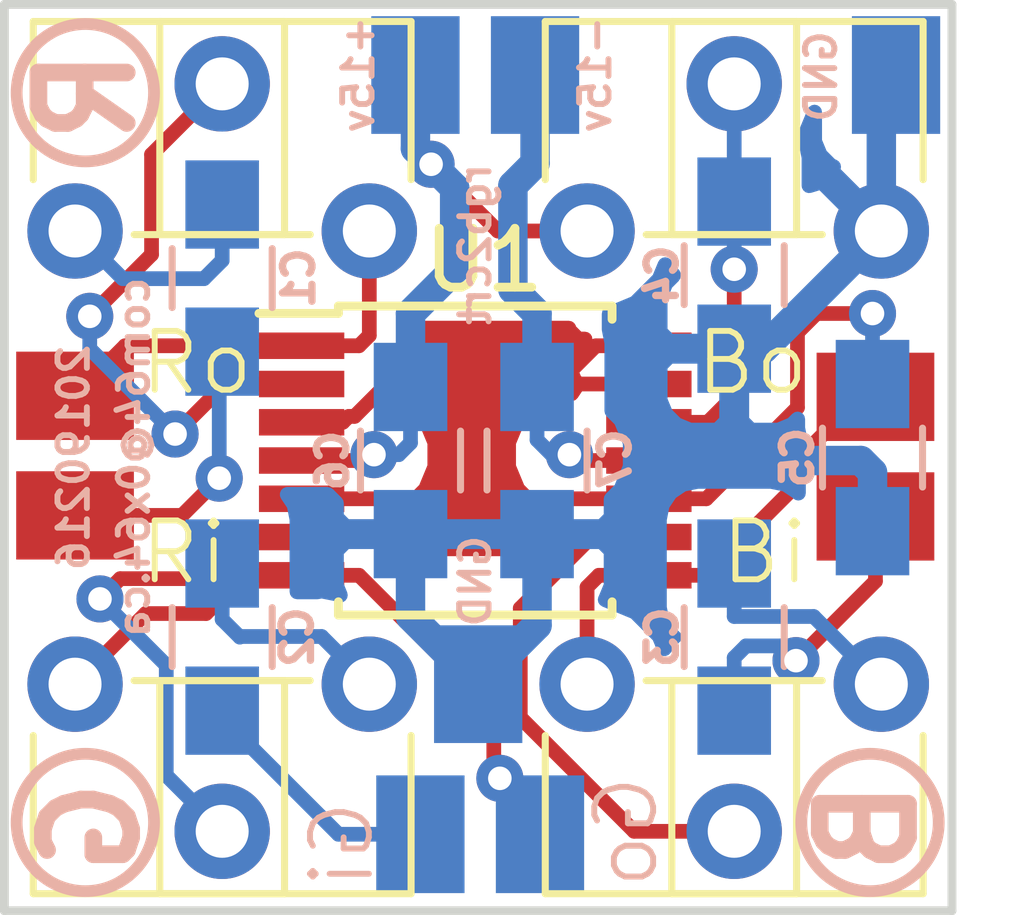
<source format=kicad_pcb>
(kicad_pcb (version 20171130) (host pcbnew "(5.0.2)-1")

  (general
    (thickness 1.6)
    (drawings 21)
    (tracks 140)
    (zones 0)
    (modules 18)
    (nets 18)
  )

  (page A4)
  (layers
    (0 F.Cu signal)
    (31 B.Cu signal)
    (32 B.Adhes user hide)
    (33 F.Adhes user hide)
    (34 B.Paste user hide)
    (35 F.Paste user hide)
    (36 B.SilkS user)
    (37 F.SilkS user)
    (38 B.Mask user hide)
    (39 F.Mask user hide)
    (40 Dwgs.User user hide)
    (41 Cmts.User user hide)
    (42 Eco1.User user hide)
    (43 Eco2.User user hide)
    (44 Edge.Cuts user)
    (45 Margin user hide)
    (46 B.CrtYd user hide)
    (47 F.CrtYd user hide)
    (48 B.Fab user hide)
    (49 F.Fab user hide)
  )

  (setup
    (last_trace_width 0.5)
    (user_trace_width 0.5)
    (user_trace_width 0.75)
    (user_trace_width 1)
    (trace_clearance 0.2)
    (zone_clearance 0.508)
    (zone_45_only no)
    (trace_min 0.2)
    (segment_width 0.2)
    (edge_width 0.15)
    (via_size 0.8)
    (via_drill 0.4)
    (via_min_size 0.4)
    (via_min_drill 0.3)
    (uvia_size 0.3)
    (uvia_drill 0.1)
    (uvias_allowed no)
    (uvia_min_size 0.2)
    (uvia_min_drill 0.1)
    (pcb_text_width 0.3)
    (pcb_text_size 1.5 1.5)
    (mod_edge_width 0.15)
    (mod_text_size 1 1)
    (mod_text_width 0.15)
    (pad_size 1.524 1.524)
    (pad_drill 0.762)
    (pad_to_mask_clearance 0.051)
    (solder_mask_min_width 0.25)
    (aux_axis_origin 0 0)
    (grid_origin 125.6 53.35)
    (visible_elements FFFFFF7F)
    (pcbplotparams
      (layerselection 0x010fc_ffffffff)
      (usegerberextensions false)
      (usegerberattributes false)
      (usegerberadvancedattributes false)
      (creategerberjobfile false)
      (excludeedgelayer true)
      (linewidth 0.100000)
      (plotframeref false)
      (viasonmask false)
      (mode 1)
      (useauxorigin false)
      (hpglpennumber 1)
      (hpglpenspeed 20)
      (hpglpendiameter 15.000000)
      (psnegative false)
      (psa4output false)
      (plotreference true)
      (plotvalue true)
      (plotinvisibletext false)
      (padsonsilk false)
      (subtractmaskfromsilk false)
      (outputformat 1)
      (mirror false)
      (drillshape 0)
      (scaleselection 1)
      (outputdirectory "gerber/"))
  )

  (net 0 "")
  (net 1 "Net-(C1-Pad2)")
  (net 2 /Ri)
  (net 3 "Net-(C2-Pad2)")
  (net 4 /Gi)
  (net 5 "Net-(C3-Pad2)")
  (net 6 "Net-(C4-Pad2)")
  (net 7 /Bi)
  (net 8 GND)
  (net 9 /Vbias)
  (net 10 /Ro)
  (net 11 /Go)
  (net 12 /Bo)
  (net 13 VEE)
  (net 14 VDD)
  (net 15 "Net-(RV1-Pad2)")
  (net 16 "Net-(RV2-Pad2)")
  (net 17 "Net-(RV3-Pad2)")

  (net_class Default "This is the default net class."
    (clearance 0.2)
    (trace_width 0.25)
    (via_dia 0.8)
    (via_drill 0.4)
    (uvia_dia 0.3)
    (uvia_drill 0.1)
    (add_net /Bi)
    (add_net /Bo)
    (add_net /Gi)
    (add_net /Go)
    (add_net /Ri)
    (add_net /Ro)
    (add_net /Vbias)
    (add_net GND)
    (add_net "Net-(C1-Pad2)")
    (add_net "Net-(C2-Pad2)")
    (add_net "Net-(C3-Pad2)")
    (add_net "Net-(C4-Pad2)")
    (add_net "Net-(RV1-Pad2)")
    (add_net "Net-(RV2-Pad2)")
    (add_net "Net-(RV3-Pad2)")
    (add_net VDD)
    (add_net VEE)
  )

  (module lib:rgbcrt_pads (layer F.Cu) (tedit 5C67F834) (tstamp 5C68335E)
    (at 101.05 56.066 90)
    (path /5C67D6EC)
    (fp_text reference J1 (at 0.25 -1 90) (layer F.SilkS) hide
      (effects (font (size 1 1) (thickness 0.15)))
    )
    (fp_text value Conn_01x02 (at 0.25 -2.5 90) (layer F.Fab)
      (effects (font (size 1 1) (thickness 0.15)))
    )
    (pad 2 smd rect (at 1.016 0 90) (size 1.5 2) (layers F.Cu F.Paste F.Mask)
      (net 10 /Ro))
    (pad 1 smd rect (at -1.016 0 90) (size 1.5 2) (layers F.Cu F.Paste F.Mask)
      (net 2 /Ri))
  )

  (module lib:rgbcrt_pads (layer B.Cu) (tedit 5C67F7E9) (tstamp 5C687D40)
    (at 107.934 62.5)
    (path /5C67D5EE)
    (fp_text reference J2 (at 0.25 1) (layer B.SilkS) hide
      (effects (font (size 1 1) (thickness 0.15)) (justify mirror))
    )
    (fp_text value Conn_01x02 (at 0.25 2.5) (layer B.Fab)
      (effects (font (size 1 1) (thickness 0.15)) (justify mirror))
    )
    (pad 2 smd rect (at 1.016 0) (size 1.5 2) (layers B.Cu B.Paste B.Mask)
      (net 11 /Go))
    (pad 1 smd rect (at -1.016 0) (size 1.5 2) (layers B.Cu B.Paste B.Mask)
      (net 4 /Gi))
  )

  (module lib:rgbcrt_pads (layer F.Cu) (tedit 5C67F849) (tstamp 5C683370)
    (at 114.65 56.084 90)
    (path /5C67D076)
    (fp_text reference J4 (at 0.25 -1 90) (layer F.SilkS) hide
      (effects (font (size 1 1) (thickness 0.15)))
    )
    (fp_text value Conn_01x02 (at 0.25 -2.5 90) (layer F.Fab)
      (effects (font (size 1 1) (thickness 0.15)))
    )
    (pad 2 smd rect (at 1.016 0 90) (size 1.5 2) (layers F.Cu F.Paste F.Mask)
      (net 12 /Bo))
    (pad 1 smd rect (at -1.016 0 90) (size 1.5 2) (layers F.Cu F.Paste F.Mask)
      (net 7 /Bi))
  )

  (module lib:rgbcrt_pads (layer B.Cu) (tedit 5C67F7FA) (tstamp 5C68337C)
    (at 107.85 49.6)
    (path /5C67D233)
    (fp_text reference J6 (at 0.25 1) (layer B.SilkS) hide
      (effects (font (size 1 1) (thickness 0.15)) (justify mirror))
    )
    (fp_text value Conn_01x02 (at 0.25 2.5) (layer B.Fab)
      (effects (font (size 1 1) (thickness 0.15)) (justify mirror))
    )
    (pad 2 smd rect (at 1.016 0) (size 1.5 2) (layers B.Cu B.Paste B.Mask)
      (net 13 VEE))
    (pad 1 smd rect (at -1.016 0) (size 1.5 2) (layers B.Cu B.Paste B.Mask)
      (net 14 VDD))
  )

  (module Capacitors_SMD:C_0805_HandSoldering (layer B.Cu) (tedit 5C67FF16) (tstamp 5C6832F2)
    (at 103.55 53.05 90)
    (descr "Capacitor SMD 0805, hand soldering")
    (tags "capacitor 0805")
    (path /5C67A2F7)
    (attr smd)
    (fp_text reference C1 (at 0 1.3 90) (layer B.SilkS)
      (effects (font (size 0.5 0.5) (thickness 0.125)) (justify mirror))
    )
    (fp_text value 2.2n (at 0 -1.75 90) (layer B.Fab)
      (effects (font (size 1 1) (thickness 0.15)) (justify mirror))
    )
    (fp_line (start 2.25 -0.87) (end -2.25 -0.87) (layer B.CrtYd) (width 0.05))
    (fp_line (start 2.25 -0.87) (end 2.25 0.88) (layer B.CrtYd) (width 0.05))
    (fp_line (start -2.25 0.88) (end -2.25 -0.87) (layer B.CrtYd) (width 0.05))
    (fp_line (start -2.25 0.88) (end 2.25 0.88) (layer B.CrtYd) (width 0.05))
    (fp_line (start -0.5 -0.85) (end 0.5 -0.85) (layer B.SilkS) (width 0.12))
    (fp_line (start 0.5 0.85) (end -0.5 0.85) (layer B.SilkS) (width 0.12))
    (fp_line (start -1 0.62) (end 1 0.62) (layer B.Fab) (width 0.1))
    (fp_line (start 1 0.62) (end 1 -0.62) (layer B.Fab) (width 0.1))
    (fp_line (start 1 -0.62) (end -1 -0.62) (layer B.Fab) (width 0.1))
    (fp_line (start -1 -0.62) (end -1 0.62) (layer B.Fab) (width 0.1))
    (fp_text user %R (at 0 1.75 90) (layer B.Fab)
      (effects (font (size 1 1) (thickness 0.15)) (justify mirror))
    )
    (pad 2 smd rect (at 1.25 0 90) (size 1.5 1.25) (layers B.Cu B.Paste B.Mask)
      (net 1 "Net-(C1-Pad2)"))
    (pad 1 smd rect (at -1.25 0 90) (size 1.5 1.25) (layers B.Cu B.Paste B.Mask)
      (net 2 /Ri))
    (model Capacitors_SMD.3dshapes/C_0805.wrl
      (at (xyz 0 0 0))
      (scale (xyz 1 1 1))
      (rotate (xyz 0 0 0))
    )
  )

  (module Capacitors_SMD:C_0805_HandSoldering (layer B.Cu) (tedit 5C67FF3D) (tstamp 5C683303)
    (at 103.55 59.15 90)
    (descr "Capacitor SMD 0805, hand soldering")
    (tags "capacitor 0805")
    (path /5C67A6A9)
    (attr smd)
    (fp_text reference C2 (at 0 1.275 90) (layer B.SilkS)
      (effects (font (size 0.5 0.5) (thickness 0.125)) (justify mirror))
    )
    (fp_text value 2.2n (at 0 -1.75 90) (layer B.Fab)
      (effects (font (size 1 1) (thickness 0.15)) (justify mirror))
    )
    (fp_text user %R (at 0 1.75 90) (layer B.Fab)
      (effects (font (size 1 1) (thickness 0.15)) (justify mirror))
    )
    (fp_line (start -1 -0.62) (end -1 0.62) (layer B.Fab) (width 0.1))
    (fp_line (start 1 -0.62) (end -1 -0.62) (layer B.Fab) (width 0.1))
    (fp_line (start 1 0.62) (end 1 -0.62) (layer B.Fab) (width 0.1))
    (fp_line (start -1 0.62) (end 1 0.62) (layer B.Fab) (width 0.1))
    (fp_line (start 0.5 0.85) (end -0.5 0.85) (layer B.SilkS) (width 0.12))
    (fp_line (start -0.5 -0.85) (end 0.5 -0.85) (layer B.SilkS) (width 0.12))
    (fp_line (start -2.25 0.88) (end 2.25 0.88) (layer B.CrtYd) (width 0.05))
    (fp_line (start -2.25 0.88) (end -2.25 -0.87) (layer B.CrtYd) (width 0.05))
    (fp_line (start 2.25 -0.87) (end 2.25 0.88) (layer B.CrtYd) (width 0.05))
    (fp_line (start 2.25 -0.87) (end -2.25 -0.87) (layer B.CrtYd) (width 0.05))
    (pad 1 smd rect (at -1.25 0 90) (size 1.5 1.25) (layers B.Cu B.Paste B.Mask)
      (net 4 /Gi))
    (pad 2 smd rect (at 1.25 0 90) (size 1.5 1.25) (layers B.Cu B.Paste B.Mask)
      (net 3 "Net-(C2-Pad2)"))
    (model Capacitors_SMD.3dshapes/C_0805.wrl
      (at (xyz 0 0 0))
      (scale (xyz 1 1 1))
      (rotate (xyz 0 0 0))
    )
  )

  (module Capacitors_SMD:C_0805_HandSoldering (layer B.Cu) (tedit 5C67FFAC) (tstamp 5C683314)
    (at 112.25 59.15 90)
    (descr "Capacitor SMD 0805, hand soldering")
    (tags "capacitor 0805")
    (path /5C67A84D)
    (attr smd)
    (fp_text reference C3 (at 0 -1.225 90) (layer B.SilkS)
      (effects (font (size 0.5 0.5) (thickness 0.125)) (justify mirror))
    )
    (fp_text value 2.2n (at 0 -1.75 90) (layer B.Fab)
      (effects (font (size 1 1) (thickness 0.15)) (justify mirror))
    )
    (fp_line (start 2.25 -0.87) (end -2.25 -0.87) (layer B.CrtYd) (width 0.05))
    (fp_line (start 2.25 -0.87) (end 2.25 0.88) (layer B.CrtYd) (width 0.05))
    (fp_line (start -2.25 0.88) (end -2.25 -0.87) (layer B.CrtYd) (width 0.05))
    (fp_line (start -2.25 0.88) (end 2.25 0.88) (layer B.CrtYd) (width 0.05))
    (fp_line (start -0.5 -0.85) (end 0.5 -0.85) (layer B.SilkS) (width 0.12))
    (fp_line (start 0.5 0.85) (end -0.5 0.85) (layer B.SilkS) (width 0.12))
    (fp_line (start -1 0.62) (end 1 0.62) (layer B.Fab) (width 0.1))
    (fp_line (start 1 0.62) (end 1 -0.62) (layer B.Fab) (width 0.1))
    (fp_line (start 1 -0.62) (end -1 -0.62) (layer B.Fab) (width 0.1))
    (fp_line (start -1 -0.62) (end -1 0.62) (layer B.Fab) (width 0.1))
    (fp_text user %R (at 0 1.75 90) (layer B.Fab)
      (effects (font (size 1 1) (thickness 0.15)) (justify mirror))
    )
    (pad 2 smd rect (at 1.25 0 90) (size 1.5 1.25) (layers B.Cu B.Paste B.Mask)
      (net 5 "Net-(C3-Pad2)"))
    (pad 1 smd rect (at -1.25 0 90) (size 1.5 1.25) (layers B.Cu B.Paste B.Mask)
      (net 7 /Bi))
    (model Capacitors_SMD.3dshapes/C_0805.wrl
      (at (xyz 0 0 0))
      (scale (xyz 1 1 1))
      (rotate (xyz 0 0 0))
    )
  )

  (module Capacitors_SMD:C_0805_HandSoldering (layer B.Cu) (tedit 5C67FF9A) (tstamp 5C683325)
    (at 112.25 53 90)
    (descr "Capacitor SMD 0805, hand soldering")
    (tags "capacitor 0805")
    (path /5C679BF8)
    (attr smd)
    (fp_text reference C4 (at 0 -1.225 90) (layer B.SilkS)
      (effects (font (size 0.5 0.5) (thickness 0.125)) (justify mirror))
    )
    (fp_text value 2.2n (at 0 -1.75 90) (layer B.Fab)
      (effects (font (size 1 1) (thickness 0.15)) (justify mirror))
    )
    (fp_line (start 2.25 -0.87) (end -2.25 -0.87) (layer B.CrtYd) (width 0.05))
    (fp_line (start 2.25 -0.87) (end 2.25 0.88) (layer B.CrtYd) (width 0.05))
    (fp_line (start -2.25 0.88) (end -2.25 -0.87) (layer B.CrtYd) (width 0.05))
    (fp_line (start -2.25 0.88) (end 2.25 0.88) (layer B.CrtYd) (width 0.05))
    (fp_line (start -0.5 -0.85) (end 0.5 -0.85) (layer B.SilkS) (width 0.12))
    (fp_line (start 0.5 0.85) (end -0.5 0.85) (layer B.SilkS) (width 0.12))
    (fp_line (start -1 0.62) (end 1 0.62) (layer B.Fab) (width 0.1))
    (fp_line (start 1 0.62) (end 1 -0.62) (layer B.Fab) (width 0.1))
    (fp_line (start 1 -0.62) (end -1 -0.62) (layer B.Fab) (width 0.1))
    (fp_line (start -1 -0.62) (end -1 0.62) (layer B.Fab) (width 0.1))
    (fp_text user %R (at 0 1.75 90) (layer B.Fab)
      (effects (font (size 1 1) (thickness 0.15)) (justify mirror))
    )
    (pad 2 smd rect (at 1.25 0 90) (size 1.5 1.25) (layers B.Cu B.Paste B.Mask)
      (net 6 "Net-(C4-Pad2)"))
    (pad 1 smd rect (at -1.25 0 90) (size 1.5 1.25) (layers B.Cu B.Paste B.Mask)
      (net 8 GND))
    (model Capacitors_SMD.3dshapes/C_0805.wrl
      (at (xyz 0 0 0))
      (scale (xyz 1 1 1))
      (rotate (xyz 0 0 0))
    )
  )

  (module Capacitors_SMD:C_0805_HandSoldering (layer B.Cu) (tedit 5C67FF79) (tstamp 5C683336)
    (at 114.6 56.1 90)
    (descr "Capacitor SMD 0805, hand soldering")
    (tags "capacitor 0805")
    (path /5C679CCC)
    (attr smd)
    (fp_text reference C5 (at 0 -1.275 90) (layer B.SilkS)
      (effects (font (size 0.5 0.5) (thickness 0.125)) (justify mirror))
    )
    (fp_text value 2.2n (at 0 -1.75 90) (layer B.Fab)
      (effects (font (size 1 1) (thickness 0.15)) (justify mirror))
    )
    (fp_text user %R (at 0 1.75 90) (layer B.Fab)
      (effects (font (size 1 1) (thickness 0.15)) (justify mirror))
    )
    (fp_line (start -1 -0.62) (end -1 0.62) (layer B.Fab) (width 0.1))
    (fp_line (start 1 -0.62) (end -1 -0.62) (layer B.Fab) (width 0.1))
    (fp_line (start 1 0.62) (end 1 -0.62) (layer B.Fab) (width 0.1))
    (fp_line (start -1 0.62) (end 1 0.62) (layer B.Fab) (width 0.1))
    (fp_line (start 0.5 0.85) (end -0.5 0.85) (layer B.SilkS) (width 0.12))
    (fp_line (start -0.5 -0.85) (end 0.5 -0.85) (layer B.SilkS) (width 0.12))
    (fp_line (start -2.25 0.88) (end 2.25 0.88) (layer B.CrtYd) (width 0.05))
    (fp_line (start -2.25 0.88) (end -2.25 -0.87) (layer B.CrtYd) (width 0.05))
    (fp_line (start 2.25 -0.87) (end 2.25 0.88) (layer B.CrtYd) (width 0.05))
    (fp_line (start 2.25 -0.87) (end -2.25 -0.87) (layer B.CrtYd) (width 0.05))
    (pad 1 smd rect (at -1.25 0 90) (size 1.5 1.25) (layers B.Cu B.Paste B.Mask)
      (net 8 GND))
    (pad 2 smd rect (at 1.25 0 90) (size 1.5 1.25) (layers B.Cu B.Paste B.Mask)
      (net 9 /Vbias))
    (model Capacitors_SMD.3dshapes/C_0805.wrl
      (at (xyz 0 0 0))
      (scale (xyz 1 1 1))
      (rotate (xyz 0 0 0))
    )
  )

  (module Capacitors_SMD:C_0805_HandSoldering (layer B.Cu) (tedit 5C67FF29) (tstamp 5C683347)
    (at 106.75 56.15 90)
    (descr "Capacitor SMD 0805, hand soldering")
    (tags "capacitor 0805")
    (path /5C681414)
    (attr smd)
    (fp_text reference C6 (at 0 -1.325 90) (layer B.SilkS)
      (effects (font (size 0.5 0.5) (thickness 0.125)) (justify mirror))
    )
    (fp_text value 2.2n (at 0 -1.75 90) (layer B.Fab)
      (effects (font (size 1 1) (thickness 0.15)) (justify mirror))
    )
    (fp_text user %R (at 0 1.75 90) (layer B.Fab)
      (effects (font (size 1 1) (thickness 0.15)) (justify mirror))
    )
    (fp_line (start -1 -0.62) (end -1 0.62) (layer B.Fab) (width 0.1))
    (fp_line (start 1 -0.62) (end -1 -0.62) (layer B.Fab) (width 0.1))
    (fp_line (start 1 0.62) (end 1 -0.62) (layer B.Fab) (width 0.1))
    (fp_line (start -1 0.62) (end 1 0.62) (layer B.Fab) (width 0.1))
    (fp_line (start 0.5 0.85) (end -0.5 0.85) (layer B.SilkS) (width 0.12))
    (fp_line (start -0.5 -0.85) (end 0.5 -0.85) (layer B.SilkS) (width 0.12))
    (fp_line (start -2.25 0.88) (end 2.25 0.88) (layer B.CrtYd) (width 0.05))
    (fp_line (start -2.25 0.88) (end -2.25 -0.87) (layer B.CrtYd) (width 0.05))
    (fp_line (start 2.25 -0.87) (end 2.25 0.88) (layer B.CrtYd) (width 0.05))
    (fp_line (start 2.25 -0.87) (end -2.25 -0.87) (layer B.CrtYd) (width 0.05))
    (pad 1 smd rect (at -1.25 0 90) (size 1.5 1.25) (layers B.Cu B.Paste B.Mask)
      (net 8 GND))
    (pad 2 smd rect (at 1.25 0 90) (size 1.5 1.25) (layers B.Cu B.Paste B.Mask)
      (net 14 VDD))
    (model Capacitors_SMD.3dshapes/C_0805.wrl
      (at (xyz 0 0 0))
      (scale (xyz 1 1 1))
      (rotate (xyz 0 0 0))
    )
  )

  (module Capacitors_SMD:C_0805_HandSoldering (layer B.Cu) (tedit 5C67FFA3) (tstamp 5C683358)
    (at 108.9 56.15 90)
    (descr "Capacitor SMD 0805, hand soldering")
    (tags "capacitor 0805")
    (path /5C68147C)
    (attr smd)
    (fp_text reference C7 (at 0.025 1.325 90) (layer B.SilkS)
      (effects (font (size 0.5 0.5) (thickness 0.125)) (justify mirror))
    )
    (fp_text value 2.2n (at 0 -1.75 90) (layer B.Fab)
      (effects (font (size 1 1) (thickness 0.15)) (justify mirror))
    )
    (fp_line (start 2.25 -0.87) (end -2.25 -0.87) (layer B.CrtYd) (width 0.05))
    (fp_line (start 2.25 -0.87) (end 2.25 0.88) (layer B.CrtYd) (width 0.05))
    (fp_line (start -2.25 0.88) (end -2.25 -0.87) (layer B.CrtYd) (width 0.05))
    (fp_line (start -2.25 0.88) (end 2.25 0.88) (layer B.CrtYd) (width 0.05))
    (fp_line (start -0.5 -0.85) (end 0.5 -0.85) (layer B.SilkS) (width 0.12))
    (fp_line (start 0.5 0.85) (end -0.5 0.85) (layer B.SilkS) (width 0.12))
    (fp_line (start -1 0.62) (end 1 0.62) (layer B.Fab) (width 0.1))
    (fp_line (start 1 0.62) (end 1 -0.62) (layer B.Fab) (width 0.1))
    (fp_line (start 1 -0.62) (end -1 -0.62) (layer B.Fab) (width 0.1))
    (fp_line (start -1 -0.62) (end -1 0.62) (layer B.Fab) (width 0.1))
    (fp_text user %R (at 0 1.75 90) (layer B.Fab)
      (effects (font (size 1 1) (thickness 0.15)) (justify mirror))
    )
    (pad 2 smd rect (at 1.25 0 90) (size 1.5 1.25) (layers B.Cu B.Paste B.Mask)
      (net 13 VEE))
    (pad 1 smd rect (at -1.25 0 90) (size 1.5 1.25) (layers B.Cu B.Paste B.Mask)
      (net 8 GND))
    (model Capacitors_SMD.3dshapes/C_0805.wrl
      (at (xyz 0 0 0))
      (scale (xyz 1 1 1))
      (rotate (xyz 0 0 0))
    )
  )

  (module Potentiometers:Potentiometer_Trimmer_ACP_CA6h_Vertical (layer F.Cu) (tedit 5C67F83A) (tstamp 5C683397)
    (at 101.05 52.25 90)
    (descr "Potentiometer, vertically mounted, Omeg PC16PU, Omeg PC16PU, Omeg PC16PU, Vishay/Spectrol 248GJ/249GJ Single, Vishay/Spectrol 248GJ/249GJ Single, Vishay/Spectrol 248GJ/249GJ Single, Vishay/Spectrol 248GH/249GH Single, Vishay/Spectrol 148/149 Single, Vishay/Spectrol 148/149 Single, Vishay/Spectrol 148/149 Single, Vishay/Spectrol 148A/149A Single with mounting plates, Vishay/Spectrol 148/149 Double, Vishay/Spectrol 148A/149A Double with mounting plates, Piher PC-16 Single, Piher PC-16 Single, Piher PC-16 Single, Piher PC-16SV Single, Piher PC-16 Double, Piher PC-16 Triple, Piher T16H Single, Piher T16L Single, Piher T16H Double, Alps RK163 Single, Alps RK163 Double, Alps RK097 Single, Alps RK097 Double, Bourns PTV09A-2 Single with mounting sleve Single, Bourns PTV09A-1 with mounting sleve Single, Bourns PRS11S Single, Alps RK09K Single with mounting sleve Single, Alps RK09K with mounting sleve Single, Alps RK09L Single, Alps RK09L Single, Alps RK09L Double, Alps RK09L Double, Alps RK09Y Single, Bourns 3339S Single, Bourns 3339S Single, Bourns 3339P Single, Bourns 3339H Single, Vishay T7YA Single, Suntan TSR-3386H Single, Suntan TSR-3386H Single, Suntan TSR-3386P Single, Vishay T73XX Single, Vishay T73XX Single, Vishay T73YP Single, Piher PT-6h Single, Piher PT-6v Single, Piher PT-6v Single, Piher PT-10h2.5 Single, Piher PT-10h5 Single, Piher PT-101h3.8 Single, Piher PT-10v10 Single, Piher PT-10v10 Single, Piher PT-10v5 Single, Piher PT-15h5 Single, Piher PT-15h2.5 Single, Piher PT-15B Single, Piher PT-15hc5 Single, Piher PT-15v12.5 Single, Piher PT-15v12.5 Single, Piher PT-15v15 Single, Piher PT-15v15 Single, ACP CA6h Single, http://www.acptechnologies.com/wp-content/uploads/2016/12/ACP-CAT%C3%81LOGO-ENTERO-2016.pdf")
    (tags "Potentiometer vertical  Omeg PC16PU  Omeg PC16PU  Omeg PC16PU  Vishay/Spectrol 248GJ/249GJ Single  Vishay/Spectrol 248GJ/249GJ Single  Vishay/Spectrol 248GJ/249GJ Single  Vishay/Spectrol 248GH/249GH Single  Vishay/Spectrol 148/149 Single  Vishay/Spectrol 148/149 Single  Vishay/Spectrol 148/149 Single  Vishay/Spectrol 148A/149A Single with mounting plates  Vishay/Spectrol 148/149 Double  Vishay/Spectrol 148A/149A Double with mounting plates  Piher PC-16 Single  Piher PC-16 Single  Piher PC-16 Single  Piher PC-16SV Single  Piher PC-16 Double  Piher PC-16 Triple  Piher T16H Single  Piher T16L Single  Piher T16H Double  Alps RK163 Single  Alps RK163 Double  Alps RK097 Single  Alps RK097 Double  Bourns PTV09A-2 Single with mounting sleve Single  Bourns PTV09A-1 with mounting sleve Single  Bourns PRS11S Single  Alps RK09K Single with mounting sleve Single  Alps RK09K with mounting sleve Single  Alps RK09L Single  Alps RK09L Single  Alps RK09L Double  Alps RK09L Double  Alps RK09Y Single  Bourns 3339S Single  Bourns 3339S Single  Bourns 3339P Single  Bourns 3339H Single  Vishay T7YA Single  Suntan TSR-3386H Single  Suntan TSR-3386H Single  Suntan TSR-3386P Single  Vishay T73XX Single  Vishay T73XX Single  Vishay T73YP Single  Piher PT-6h Single  Piher PT-6v Single  Piher PT-6v Single  Piher PT-10h2.5 Single  Piher PT-10h5 Single  Piher PT-101h3.8 Single  Piher PT-10v10 Single  Piher PT-10v10 Single  Piher PT-10v5 Single  Piher PT-15h5 Single  Piher PT-15h2.5 Single  Piher PT-15B Single  Piher PT-15hc5 Single  Piher PT-15v12.5 Single  Piher PT-15v12.5 Single  Piher PT-15v15 Single  Piher PT-15v15 Single  ACP CA6h Single")
    (path /5C67A38A)
    (fp_text reference RV1 (at 0 -2.06 90) (layer F.SilkS) hide
      (effects (font (size 1 1) (thickness 0.15)))
    )
    (fp_text value 50K (at 0 7.06 90) (layer F.Fab)
      (effects (font (size 1 1) (thickness 0.15)))
    )
    (fp_line (start 3.5 -0.65) (end 3.5 5.65) (layer F.Fab) (width 0.1))
    (fp_line (start 3.5 5.65) (end 0 5.65) (layer F.Fab) (width 0.1))
    (fp_line (start 0 5.65) (end 0 -0.65) (layer F.Fab) (width 0.1))
    (fp_line (start 0 -0.65) (end 3.5 -0.65) (layer F.Fab) (width 0.1))
    (fp_line (start 0 1.5) (end 0 3.5) (layer F.Fab) (width 0.1))
    (fp_line (start 0 3.5) (end 3.5 3.5) (layer F.Fab) (width 0.1))
    (fp_line (start 3.5 3.5) (end 3.5 1.5) (layer F.Fab) (width 0.1))
    (fp_line (start 3.5 1.5) (end 0 1.5) (layer F.Fab) (width 0.1))
    (fp_line (start 0.873 -0.71) (end 3.56 -0.71) (layer F.SilkS) (width 0.12))
    (fp_line (start 0.873 5.71) (end 3.56 5.71) (layer F.SilkS) (width 0.12))
    (fp_line (start 3.56 -0.71) (end 3.56 5.71) (layer F.SilkS) (width 0.12))
    (fp_line (start -0.061 1.005) (end -0.061 3.996) (layer F.SilkS) (width 0.12))
    (fp_line (start -0.061 1.44) (end 3.56 1.44) (layer F.SilkS) (width 0.12))
    (fp_line (start -0.061 3.56) (end 3.56 3.56) (layer F.SilkS) (width 0.12))
    (fp_line (start -0.061 1.44) (end -0.061 3.56) (layer F.SilkS) (width 0.12))
    (fp_line (start 3.56 1.44) (end 3.56 3.56) (layer F.SilkS) (width 0.12))
    (fp_line (start -1.1 -1.1) (end -1.1 6.1) (layer F.CrtYd) (width 0.05))
    (fp_line (start -1.1 6.1) (end 3.75 6.1) (layer F.CrtYd) (width 0.05))
    (fp_line (start 3.75 6.1) (end 3.75 -1.1) (layer F.CrtYd) (width 0.05))
    (fp_line (start 3.75 -1.1) (end -1.1 -1.1) (layer F.CrtYd) (width 0.05))
    (pad 3 thru_hole circle (at 0 5 90) (size 1.62 1.62) (drill 0.9) (layers *.Cu *.Mask)
      (net 10 /Ro))
    (pad 2 thru_hole circle (at 2.5 2.5 90) (size 1.62 1.62) (drill 0.9) (layers *.Cu *.Mask)
      (net 15 "Net-(RV1-Pad2)"))
    (pad 1 thru_hole circle (at 0 0 90) (size 1.62 1.62) (drill 0.9) (layers *.Cu *.Mask)
      (net 1 "Net-(C1-Pad2)"))
    (model Potentiometers.3dshapes/Potentiometer_Trimmer_ACP_CA6h_Vertical.wrl
      (at (xyz 0 0 0))
      (scale (xyz 0.393701 0.393701 0.393701))
      (rotate (xyz 0 0 0))
    )
  )

  (module Potentiometers:Potentiometer_Trimmer_ACP_CA6h_Vertical (layer F.Cu) (tedit 5C67F856) (tstamp 5C6833B2)
    (at 106.05 59.95 270)
    (descr "Potentiometer, vertically mounted, Omeg PC16PU, Omeg PC16PU, Omeg PC16PU, Vishay/Spectrol 248GJ/249GJ Single, Vishay/Spectrol 248GJ/249GJ Single, Vishay/Spectrol 248GJ/249GJ Single, Vishay/Spectrol 248GH/249GH Single, Vishay/Spectrol 148/149 Single, Vishay/Spectrol 148/149 Single, Vishay/Spectrol 148/149 Single, Vishay/Spectrol 148A/149A Single with mounting plates, Vishay/Spectrol 148/149 Double, Vishay/Spectrol 148A/149A Double with mounting plates, Piher PC-16 Single, Piher PC-16 Single, Piher PC-16 Single, Piher PC-16SV Single, Piher PC-16 Double, Piher PC-16 Triple, Piher T16H Single, Piher T16L Single, Piher T16H Double, Alps RK163 Single, Alps RK163 Double, Alps RK097 Single, Alps RK097 Double, Bourns PTV09A-2 Single with mounting sleve Single, Bourns PTV09A-1 with mounting sleve Single, Bourns PRS11S Single, Alps RK09K Single with mounting sleve Single, Alps RK09K with mounting sleve Single, Alps RK09L Single, Alps RK09L Single, Alps RK09L Double, Alps RK09L Double, Alps RK09Y Single, Bourns 3339S Single, Bourns 3339S Single, Bourns 3339P Single, Bourns 3339H Single, Vishay T7YA Single, Suntan TSR-3386H Single, Suntan TSR-3386H Single, Suntan TSR-3386P Single, Vishay T73XX Single, Vishay T73XX Single, Vishay T73YP Single, Piher PT-6h Single, Piher PT-6v Single, Piher PT-6v Single, Piher PT-10h2.5 Single, Piher PT-10h5 Single, Piher PT-101h3.8 Single, Piher PT-10v10 Single, Piher PT-10v10 Single, Piher PT-10v5 Single, Piher PT-15h5 Single, Piher PT-15h2.5 Single, Piher PT-15B Single, Piher PT-15hc5 Single, Piher PT-15v12.5 Single, Piher PT-15v12.5 Single, Piher PT-15v15 Single, Piher PT-15v15 Single, ACP CA6h Single, http://www.acptechnologies.com/wp-content/uploads/2016/12/ACP-CAT%C3%81LOGO-ENTERO-2016.pdf")
    (tags "Potentiometer vertical  Omeg PC16PU  Omeg PC16PU  Omeg PC16PU  Vishay/Spectrol 248GJ/249GJ Single  Vishay/Spectrol 248GJ/249GJ Single  Vishay/Spectrol 248GJ/249GJ Single  Vishay/Spectrol 248GH/249GH Single  Vishay/Spectrol 148/149 Single  Vishay/Spectrol 148/149 Single  Vishay/Spectrol 148/149 Single  Vishay/Spectrol 148A/149A Single with mounting plates  Vishay/Spectrol 148/149 Double  Vishay/Spectrol 148A/149A Double with mounting plates  Piher PC-16 Single  Piher PC-16 Single  Piher PC-16 Single  Piher PC-16SV Single  Piher PC-16 Double  Piher PC-16 Triple  Piher T16H Single  Piher T16L Single  Piher T16H Double  Alps RK163 Single  Alps RK163 Double  Alps RK097 Single  Alps RK097 Double  Bourns PTV09A-2 Single with mounting sleve Single  Bourns PTV09A-1 with mounting sleve Single  Bourns PRS11S Single  Alps RK09K Single with mounting sleve Single  Alps RK09K with mounting sleve Single  Alps RK09L Single  Alps RK09L Single  Alps RK09L Double  Alps RK09L Double  Alps RK09Y Single  Bourns 3339S Single  Bourns 3339S Single  Bourns 3339P Single  Bourns 3339H Single  Vishay T7YA Single  Suntan TSR-3386H Single  Suntan TSR-3386H Single  Suntan TSR-3386P Single  Vishay T73XX Single  Vishay T73XX Single  Vishay T73YP Single  Piher PT-6h Single  Piher PT-6v Single  Piher PT-6v Single  Piher PT-10h2.5 Single  Piher PT-10h5 Single  Piher PT-101h3.8 Single  Piher PT-10v10 Single  Piher PT-10v10 Single  Piher PT-10v5 Single  Piher PT-15h5 Single  Piher PT-15h2.5 Single  Piher PT-15B Single  Piher PT-15hc5 Single  Piher PT-15v12.5 Single  Piher PT-15v12.5 Single  Piher PT-15v15 Single  Piher PT-15v15 Single  ACP CA6h Single")
    (path /5C67A6AF)
    (fp_text reference RV2 (at 0 -2.06 270) (layer F.SilkS) hide
      (effects (font (size 1 1) (thickness 0.15)))
    )
    (fp_text value 50K (at 0 7.06 270) (layer F.Fab)
      (effects (font (size 1 1) (thickness 0.15)))
    )
    (fp_line (start 3.75 -1.1) (end -1.1 -1.1) (layer F.CrtYd) (width 0.05))
    (fp_line (start 3.75 6.1) (end 3.75 -1.1) (layer F.CrtYd) (width 0.05))
    (fp_line (start -1.1 6.1) (end 3.75 6.1) (layer F.CrtYd) (width 0.05))
    (fp_line (start -1.1 -1.1) (end -1.1 6.1) (layer F.CrtYd) (width 0.05))
    (fp_line (start 3.56 1.44) (end 3.56 3.56) (layer F.SilkS) (width 0.12))
    (fp_line (start -0.061 1.44) (end -0.061 3.56) (layer F.SilkS) (width 0.12))
    (fp_line (start -0.061 3.56) (end 3.56 3.56) (layer F.SilkS) (width 0.12))
    (fp_line (start -0.061 1.44) (end 3.56 1.44) (layer F.SilkS) (width 0.12))
    (fp_line (start -0.061 1.005) (end -0.061 3.996) (layer F.SilkS) (width 0.12))
    (fp_line (start 3.56 -0.71) (end 3.56 5.71) (layer F.SilkS) (width 0.12))
    (fp_line (start 0.873 5.71) (end 3.56 5.71) (layer F.SilkS) (width 0.12))
    (fp_line (start 0.873 -0.71) (end 3.56 -0.71) (layer F.SilkS) (width 0.12))
    (fp_line (start 3.5 1.5) (end 0 1.5) (layer F.Fab) (width 0.1))
    (fp_line (start 3.5 3.5) (end 3.5 1.5) (layer F.Fab) (width 0.1))
    (fp_line (start 0 3.5) (end 3.5 3.5) (layer F.Fab) (width 0.1))
    (fp_line (start 0 1.5) (end 0 3.5) (layer F.Fab) (width 0.1))
    (fp_line (start 0 -0.65) (end 3.5 -0.65) (layer F.Fab) (width 0.1))
    (fp_line (start 0 5.65) (end 0 -0.65) (layer F.Fab) (width 0.1))
    (fp_line (start 3.5 5.65) (end 0 5.65) (layer F.Fab) (width 0.1))
    (fp_line (start 3.5 -0.65) (end 3.5 5.65) (layer F.Fab) (width 0.1))
    (pad 1 thru_hole circle (at 0 0 270) (size 1.62 1.62) (drill 0.9) (layers *.Cu *.Mask)
      (net 3 "Net-(C2-Pad2)"))
    (pad 2 thru_hole circle (at 2.5 2.5 270) (size 1.62 1.62) (drill 0.9) (layers *.Cu *.Mask)
      (net 16 "Net-(RV2-Pad2)"))
    (pad 3 thru_hole circle (at 0 5 270) (size 1.62 1.62) (drill 0.9) (layers *.Cu *.Mask)
      (net 11 /Go))
    (model Potentiometers.3dshapes/Potentiometer_Trimmer_ACP_CA6h_Vertical.wrl
      (at (xyz 0 0 0))
      (scale (xyz 0.393701 0.393701 0.393701))
      (rotate (xyz 0 0 0))
    )
  )

  (module Potentiometers:Potentiometer_Trimmer_ACP_CA6h_Vertical (layer F.Cu) (tedit 5C67F83E) (tstamp 5C6833CD)
    (at 114.75 59.95 270)
    (descr "Potentiometer, vertically mounted, Omeg PC16PU, Omeg PC16PU, Omeg PC16PU, Vishay/Spectrol 248GJ/249GJ Single, Vishay/Spectrol 248GJ/249GJ Single, Vishay/Spectrol 248GJ/249GJ Single, Vishay/Spectrol 248GH/249GH Single, Vishay/Spectrol 148/149 Single, Vishay/Spectrol 148/149 Single, Vishay/Spectrol 148/149 Single, Vishay/Spectrol 148A/149A Single with mounting plates, Vishay/Spectrol 148/149 Double, Vishay/Spectrol 148A/149A Double with mounting plates, Piher PC-16 Single, Piher PC-16 Single, Piher PC-16 Single, Piher PC-16SV Single, Piher PC-16 Double, Piher PC-16 Triple, Piher T16H Single, Piher T16L Single, Piher T16H Double, Alps RK163 Single, Alps RK163 Double, Alps RK097 Single, Alps RK097 Double, Bourns PTV09A-2 Single with mounting sleve Single, Bourns PTV09A-1 with mounting sleve Single, Bourns PRS11S Single, Alps RK09K Single with mounting sleve Single, Alps RK09K with mounting sleve Single, Alps RK09L Single, Alps RK09L Single, Alps RK09L Double, Alps RK09L Double, Alps RK09Y Single, Bourns 3339S Single, Bourns 3339S Single, Bourns 3339P Single, Bourns 3339H Single, Vishay T7YA Single, Suntan TSR-3386H Single, Suntan TSR-3386H Single, Suntan TSR-3386P Single, Vishay T73XX Single, Vishay T73XX Single, Vishay T73YP Single, Piher PT-6h Single, Piher PT-6v Single, Piher PT-6v Single, Piher PT-10h2.5 Single, Piher PT-10h5 Single, Piher PT-101h3.8 Single, Piher PT-10v10 Single, Piher PT-10v10 Single, Piher PT-10v5 Single, Piher PT-15h5 Single, Piher PT-15h2.5 Single, Piher PT-15B Single, Piher PT-15hc5 Single, Piher PT-15v12.5 Single, Piher PT-15v12.5 Single, Piher PT-15v15 Single, Piher PT-15v15 Single, ACP CA6h Single, http://www.acptechnologies.com/wp-content/uploads/2016/12/ACP-CAT%C3%81LOGO-ENTERO-2016.pdf")
    (tags "Potentiometer vertical  Omeg PC16PU  Omeg PC16PU  Omeg PC16PU  Vishay/Spectrol 248GJ/249GJ Single  Vishay/Spectrol 248GJ/249GJ Single  Vishay/Spectrol 248GJ/249GJ Single  Vishay/Spectrol 248GH/249GH Single  Vishay/Spectrol 148/149 Single  Vishay/Spectrol 148/149 Single  Vishay/Spectrol 148/149 Single  Vishay/Spectrol 148A/149A Single with mounting plates  Vishay/Spectrol 148/149 Double  Vishay/Spectrol 148A/149A Double with mounting plates  Piher PC-16 Single  Piher PC-16 Single  Piher PC-16 Single  Piher PC-16SV Single  Piher PC-16 Double  Piher PC-16 Triple  Piher T16H Single  Piher T16L Single  Piher T16H Double  Alps RK163 Single  Alps RK163 Double  Alps RK097 Single  Alps RK097 Double  Bourns PTV09A-2 Single with mounting sleve Single  Bourns PTV09A-1 with mounting sleve Single  Bourns PRS11S Single  Alps RK09K Single with mounting sleve Single  Alps RK09K with mounting sleve Single  Alps RK09L Single  Alps RK09L Single  Alps RK09L Double  Alps RK09L Double  Alps RK09Y Single  Bourns 3339S Single  Bourns 3339S Single  Bourns 3339P Single  Bourns 3339H Single  Vishay T7YA Single  Suntan TSR-3386H Single  Suntan TSR-3386H Single  Suntan TSR-3386P Single  Vishay T73XX Single  Vishay T73XX Single  Vishay T73YP Single  Piher PT-6h Single  Piher PT-6v Single  Piher PT-6v Single  Piher PT-10h2.5 Single  Piher PT-10h5 Single  Piher PT-101h3.8 Single  Piher PT-10v10 Single  Piher PT-10v10 Single  Piher PT-10v5 Single  Piher PT-15h5 Single  Piher PT-15h2.5 Single  Piher PT-15B Single  Piher PT-15hc5 Single  Piher PT-15v12.5 Single  Piher PT-15v12.5 Single  Piher PT-15v15 Single  Piher PT-15v15 Single  ACP CA6h Single")
    (path /5C67A853)
    (fp_text reference RV3 (at 0 -2.06 270) (layer F.SilkS) hide
      (effects (font (size 1 1) (thickness 0.15)))
    )
    (fp_text value 50K (at 0 7.06 270) (layer F.Fab)
      (effects (font (size 1 1) (thickness 0.15)))
    )
    (fp_line (start 3.5 -0.65) (end 3.5 5.65) (layer F.Fab) (width 0.1))
    (fp_line (start 3.5 5.65) (end 0 5.65) (layer F.Fab) (width 0.1))
    (fp_line (start 0 5.65) (end 0 -0.65) (layer F.Fab) (width 0.1))
    (fp_line (start 0 -0.65) (end 3.5 -0.65) (layer F.Fab) (width 0.1))
    (fp_line (start 0 1.5) (end 0 3.5) (layer F.Fab) (width 0.1))
    (fp_line (start 0 3.5) (end 3.5 3.5) (layer F.Fab) (width 0.1))
    (fp_line (start 3.5 3.5) (end 3.5 1.5) (layer F.Fab) (width 0.1))
    (fp_line (start 3.5 1.5) (end 0 1.5) (layer F.Fab) (width 0.1))
    (fp_line (start 0.873 -0.71) (end 3.56 -0.71) (layer F.SilkS) (width 0.12))
    (fp_line (start 0.873 5.71) (end 3.56 5.71) (layer F.SilkS) (width 0.12))
    (fp_line (start 3.56 -0.71) (end 3.56 5.71) (layer F.SilkS) (width 0.12))
    (fp_line (start -0.061 1.005) (end -0.061 3.996) (layer F.SilkS) (width 0.12))
    (fp_line (start -0.061 1.44) (end 3.56 1.44) (layer F.SilkS) (width 0.12))
    (fp_line (start -0.061 3.56) (end 3.56 3.56) (layer F.SilkS) (width 0.12))
    (fp_line (start -0.061 1.44) (end -0.061 3.56) (layer F.SilkS) (width 0.12))
    (fp_line (start 3.56 1.44) (end 3.56 3.56) (layer F.SilkS) (width 0.12))
    (fp_line (start -1.1 -1.1) (end -1.1 6.1) (layer F.CrtYd) (width 0.05))
    (fp_line (start -1.1 6.1) (end 3.75 6.1) (layer F.CrtYd) (width 0.05))
    (fp_line (start 3.75 6.1) (end 3.75 -1.1) (layer F.CrtYd) (width 0.05))
    (fp_line (start 3.75 -1.1) (end -1.1 -1.1) (layer F.CrtYd) (width 0.05))
    (pad 3 thru_hole circle (at 0 5 270) (size 1.62 1.62) (drill 0.9) (layers *.Cu *.Mask)
      (net 12 /Bo))
    (pad 2 thru_hole circle (at 2.5 2.5 270) (size 1.62 1.62) (drill 0.9) (layers *.Cu *.Mask)
      (net 17 "Net-(RV3-Pad2)"))
    (pad 1 thru_hole circle (at 0 0 270) (size 1.62 1.62) (drill 0.9) (layers *.Cu *.Mask)
      (net 5 "Net-(C3-Pad2)"))
    (model Potentiometers.3dshapes/Potentiometer_Trimmer_ACP_CA6h_Vertical.wrl
      (at (xyz 0 0 0))
      (scale (xyz 0.393701 0.393701 0.393701))
      (rotate (xyz 0 0 0))
    )
  )

  (module Potentiometers:Potentiometer_Trimmer_ACP_CA6h_Vertical (layer F.Cu) (tedit 5C67F842) (tstamp 5C6833E8)
    (at 109.75 52.25 90)
    (descr "Potentiometer, vertically mounted, Omeg PC16PU, Omeg PC16PU, Omeg PC16PU, Vishay/Spectrol 248GJ/249GJ Single, Vishay/Spectrol 248GJ/249GJ Single, Vishay/Spectrol 248GJ/249GJ Single, Vishay/Spectrol 248GH/249GH Single, Vishay/Spectrol 148/149 Single, Vishay/Spectrol 148/149 Single, Vishay/Spectrol 148/149 Single, Vishay/Spectrol 148A/149A Single with mounting plates, Vishay/Spectrol 148/149 Double, Vishay/Spectrol 148A/149A Double with mounting plates, Piher PC-16 Single, Piher PC-16 Single, Piher PC-16 Single, Piher PC-16SV Single, Piher PC-16 Double, Piher PC-16 Triple, Piher T16H Single, Piher T16L Single, Piher T16H Double, Alps RK163 Single, Alps RK163 Double, Alps RK097 Single, Alps RK097 Double, Bourns PTV09A-2 Single with mounting sleve Single, Bourns PTV09A-1 with mounting sleve Single, Bourns PRS11S Single, Alps RK09K Single with mounting sleve Single, Alps RK09K with mounting sleve Single, Alps RK09L Single, Alps RK09L Single, Alps RK09L Double, Alps RK09L Double, Alps RK09Y Single, Bourns 3339S Single, Bourns 3339S Single, Bourns 3339P Single, Bourns 3339H Single, Vishay T7YA Single, Suntan TSR-3386H Single, Suntan TSR-3386H Single, Suntan TSR-3386P Single, Vishay T73XX Single, Vishay T73XX Single, Vishay T73YP Single, Piher PT-6h Single, Piher PT-6v Single, Piher PT-6v Single, Piher PT-10h2.5 Single, Piher PT-10h5 Single, Piher PT-101h3.8 Single, Piher PT-10v10 Single, Piher PT-10v10 Single, Piher PT-10v5 Single, Piher PT-15h5 Single, Piher PT-15h2.5 Single, Piher PT-15B Single, Piher PT-15hc5 Single, Piher PT-15v12.5 Single, Piher PT-15v12.5 Single, Piher PT-15v15 Single, Piher PT-15v15 Single, ACP CA6h Single, http://www.acptechnologies.com/wp-content/uploads/2016/12/ACP-CAT%C3%81LOGO-ENTERO-2016.pdf")
    (tags "Potentiometer vertical  Omeg PC16PU  Omeg PC16PU  Omeg PC16PU  Vishay/Spectrol 248GJ/249GJ Single  Vishay/Spectrol 248GJ/249GJ Single  Vishay/Spectrol 248GJ/249GJ Single  Vishay/Spectrol 248GH/249GH Single  Vishay/Spectrol 148/149 Single  Vishay/Spectrol 148/149 Single  Vishay/Spectrol 148/149 Single  Vishay/Spectrol 148A/149A Single with mounting plates  Vishay/Spectrol 148/149 Double  Vishay/Spectrol 148A/149A Double with mounting plates  Piher PC-16 Single  Piher PC-16 Single  Piher PC-16 Single  Piher PC-16SV Single  Piher PC-16 Double  Piher PC-16 Triple  Piher T16H Single  Piher T16L Single  Piher T16H Double  Alps RK163 Single  Alps RK163 Double  Alps RK097 Single  Alps RK097 Double  Bourns PTV09A-2 Single with mounting sleve Single  Bourns PTV09A-1 with mounting sleve Single  Bourns PRS11S Single  Alps RK09K Single with mounting sleve Single  Alps RK09K with mounting sleve Single  Alps RK09L Single  Alps RK09L Single  Alps RK09L Double  Alps RK09L Double  Alps RK09Y Single  Bourns 3339S Single  Bourns 3339S Single  Bourns 3339P Single  Bourns 3339H Single  Vishay T7YA Single  Suntan TSR-3386H Single  Suntan TSR-3386H Single  Suntan TSR-3386P Single  Vishay T73XX Single  Vishay T73XX Single  Vishay T73YP Single  Piher PT-6h Single  Piher PT-6v Single  Piher PT-6v Single  Piher PT-10h2.5 Single  Piher PT-10h5 Single  Piher PT-101h3.8 Single  Piher PT-10v10 Single  Piher PT-10v10 Single  Piher PT-10v5 Single  Piher PT-15h5 Single  Piher PT-15h2.5 Single  Piher PT-15B Single  Piher PT-15hc5 Single  Piher PT-15v12.5 Single  Piher PT-15v12.5 Single  Piher PT-15v15 Single  Piher PT-15v15 Single  ACP CA6h Single")
    (path /5C679D10)
    (fp_text reference RV4 (at 0 -2.06 90) (layer F.SilkS) hide
      (effects (font (size 1 1) (thickness 0.15)))
    )
    (fp_text value 50K (at 0 7.06 90) (layer F.Fab)
      (effects (font (size 1 1) (thickness 0.15)))
    )
    (fp_line (start 3.75 -1.1) (end -1.1 -1.1) (layer F.CrtYd) (width 0.05))
    (fp_line (start 3.75 6.1) (end 3.75 -1.1) (layer F.CrtYd) (width 0.05))
    (fp_line (start -1.1 6.1) (end 3.75 6.1) (layer F.CrtYd) (width 0.05))
    (fp_line (start -1.1 -1.1) (end -1.1 6.1) (layer F.CrtYd) (width 0.05))
    (fp_line (start 3.56 1.44) (end 3.56 3.56) (layer F.SilkS) (width 0.12))
    (fp_line (start -0.061 1.44) (end -0.061 3.56) (layer F.SilkS) (width 0.12))
    (fp_line (start -0.061 3.56) (end 3.56 3.56) (layer F.SilkS) (width 0.12))
    (fp_line (start -0.061 1.44) (end 3.56 1.44) (layer F.SilkS) (width 0.12))
    (fp_line (start -0.061 1.005) (end -0.061 3.996) (layer F.SilkS) (width 0.12))
    (fp_line (start 3.56 -0.71) (end 3.56 5.71) (layer F.SilkS) (width 0.12))
    (fp_line (start 0.873 5.71) (end 3.56 5.71) (layer F.SilkS) (width 0.12))
    (fp_line (start 0.873 -0.71) (end 3.56 -0.71) (layer F.SilkS) (width 0.12))
    (fp_line (start 3.5 1.5) (end 0 1.5) (layer F.Fab) (width 0.1))
    (fp_line (start 3.5 3.5) (end 3.5 1.5) (layer F.Fab) (width 0.1))
    (fp_line (start 0 3.5) (end 3.5 3.5) (layer F.Fab) (width 0.1))
    (fp_line (start 0 1.5) (end 0 3.5) (layer F.Fab) (width 0.1))
    (fp_line (start 0 -0.65) (end 3.5 -0.65) (layer F.Fab) (width 0.1))
    (fp_line (start 0 5.65) (end 0 -0.65) (layer F.Fab) (width 0.1))
    (fp_line (start 3.5 5.65) (end 0 5.65) (layer F.Fab) (width 0.1))
    (fp_line (start 3.5 -0.65) (end 3.5 5.65) (layer F.Fab) (width 0.1))
    (pad 1 thru_hole circle (at 0 0 90) (size 1.62 1.62) (drill 0.9) (layers *.Cu *.Mask)
      (net 14 VDD))
    (pad 2 thru_hole circle (at 2.5 2.5 90) (size 1.62 1.62) (drill 0.9) (layers *.Cu *.Mask)
      (net 6 "Net-(C4-Pad2)"))
    (pad 3 thru_hole circle (at 0 5 90) (size 1.62 1.62) (drill 0.9) (layers *.Cu *.Mask)
      (net 8 GND))
    (model Potentiometers.3dshapes/Potentiometer_Trimmer_ACP_CA6h_Vertical.wrl
      (at (xyz 0 0 0))
      (scale (xyz 0.393701 0.393701 0.393701))
      (rotate (xyz 0 0 0))
    )
  )

  (module Housings_SSOP:TSSOP-14_4.4x5mm_Pitch0.65mm (layer F.Cu) (tedit 54130A77) (tstamp 5C689A62)
    (at 107.85 56.15)
    (descr "14-Lead Plastic Thin Shrink Small Outline (ST)-4.4 mm Body [TSSOP] (see Microchip Packaging Specification 00000049BS.pdf)")
    (tags "SSOP 0.65")
    (path /5C679B28)
    (attr smd)
    (fp_text reference U1 (at 0.15 -3.4) (layer F.SilkS)
      (effects (font (size 1 1) (thickness 0.15)))
    )
    (fp_text value TL084 (at 0 3.55) (layer F.Fab)
      (effects (font (size 1 1) (thickness 0.15)))
    )
    (fp_text user %R (at 0 0) (layer F.Fab)
      (effects (font (size 0.8 0.8) (thickness 0.15)))
    )
    (fp_line (start -2.325 -2.5) (end -3.675 -2.5) (layer F.SilkS) (width 0.15))
    (fp_line (start -2.325 2.625) (end 2.325 2.625) (layer F.SilkS) (width 0.15))
    (fp_line (start -2.325 -2.625) (end 2.325 -2.625) (layer F.SilkS) (width 0.15))
    (fp_line (start -2.325 2.625) (end -2.325 2.4) (layer F.SilkS) (width 0.15))
    (fp_line (start 2.325 2.625) (end 2.325 2.4) (layer F.SilkS) (width 0.15))
    (fp_line (start 2.325 -2.625) (end 2.325 -2.4) (layer F.SilkS) (width 0.15))
    (fp_line (start -2.325 -2.625) (end -2.325 -2.5) (layer F.SilkS) (width 0.15))
    (fp_line (start -3.95 2.8) (end 3.95 2.8) (layer F.CrtYd) (width 0.05))
    (fp_line (start -3.95 -2.8) (end 3.95 -2.8) (layer F.CrtYd) (width 0.05))
    (fp_line (start 3.95 -2.8) (end 3.95 2.8) (layer F.CrtYd) (width 0.05))
    (fp_line (start -3.95 -2.8) (end -3.95 2.8) (layer F.CrtYd) (width 0.05))
    (fp_line (start -2.2 -1.5) (end -1.2 -2.5) (layer F.Fab) (width 0.15))
    (fp_line (start -2.2 2.5) (end -2.2 -1.5) (layer F.Fab) (width 0.15))
    (fp_line (start 2.2 2.5) (end -2.2 2.5) (layer F.Fab) (width 0.15))
    (fp_line (start 2.2 -2.5) (end 2.2 2.5) (layer F.Fab) (width 0.15))
    (fp_line (start -1.2 -2.5) (end 2.2 -2.5) (layer F.Fab) (width 0.15))
    (pad 14 smd rect (at 2.95 -1.95) (size 1.45 0.45) (layers F.Cu F.Paste F.Mask)
      (net 9 /Vbias))
    (pad 13 smd rect (at 2.95 -1.3) (size 1.45 0.45) (layers F.Cu F.Paste F.Mask)
      (net 9 /Vbias))
    (pad 12 smd rect (at 2.95 -0.65) (size 1.45 0.45) (layers F.Cu F.Paste F.Mask)
      (net 6 "Net-(C4-Pad2)"))
    (pad 11 smd rect (at 2.95 0) (size 1.45 0.45) (layers F.Cu F.Paste F.Mask)
      (net 13 VEE))
    (pad 10 smd rect (at 2.95 0.65) (size 1.45 0.45) (layers F.Cu F.Paste F.Mask)
      (net 9 /Vbias))
    (pad 9 smd rect (at 2.95 1.3) (size 1.45 0.45) (layers F.Cu F.Paste F.Mask)
      (net 17 "Net-(RV3-Pad2)"))
    (pad 8 smd rect (at 2.95 1.95) (size 1.45 0.45) (layers F.Cu F.Paste F.Mask)
      (net 12 /Bo))
    (pad 7 smd rect (at -2.95 1.95) (size 1.45 0.45) (layers F.Cu F.Paste F.Mask)
      (net 11 /Go))
    (pad 6 smd rect (at -2.95 1.3) (size 1.45 0.45) (layers F.Cu F.Paste F.Mask)
      (net 16 "Net-(RV2-Pad2)"))
    (pad 5 smd rect (at -2.95 0.65) (size 1.45 0.45) (layers F.Cu F.Paste F.Mask)
      (net 9 /Vbias))
    (pad 4 smd rect (at -2.95 0) (size 1.45 0.45) (layers F.Cu F.Paste F.Mask)
      (net 14 VDD))
    (pad 3 smd rect (at -2.95 -0.65) (size 1.45 0.45) (layers F.Cu F.Paste F.Mask)
      (net 9 /Vbias))
    (pad 2 smd rect (at -2.95 -1.3) (size 1.45 0.45) (layers F.Cu F.Paste F.Mask)
      (net 15 "Net-(RV1-Pad2)"))
    (pad 1 smd rect (at -2.95 -1.95) (size 1.45 0.45) (layers F.Cu F.Paste F.Mask)
      (net 10 /Ro))
    (model ${KISYS3DMOD}/Housings_SSOP.3dshapes/TSSOP-14_4.4x5mm_Pitch0.65mm.wrl
      (at (xyz 0 0 0))
      (scale (xyz 1 1 1))
      (rotate (xyz 0 0 0))
    )
  )

  (module lib:rgbcrt_pads_1 (layer B.Cu) (tedit 5C67F7F5) (tstamp 5C685081)
    (at 115 49.6)
    (path /5C69974F)
    (fp_text reference J3 (at 0 2.032) (layer B.SilkS) hide
      (effects (font (size 1 1) (thickness 0.15)) (justify mirror))
    )
    (fp_text value Conn_01x01 (at 0.25 2.5) (layer B.Fab)
      (effects (font (size 1 1) (thickness 0.15)) (justify mirror))
    )
    (pad 1 smd rect (at 0 0) (size 1.5 2) (layers B.Cu B.Paste B.Mask)
      (net 8 GND))
  )

  (module lib:rgbcrt_pads_1 (layer B.Cu) (tedit 5C67F7F0) (tstamp 5C685053)
    (at 107.9 59.95)
    (path /5C6997BB)
    (fp_text reference J5 (at 0 2.032) (layer B.SilkS) hide
      (effects (font (size 1 1) (thickness 0.15)) (justify mirror))
    )
    (fp_text value Conn_01x01 (at 0.25 2.5) (layer B.Fab)
      (effects (font (size 1 1) (thickness 0.15)) (justify mirror))
    )
    (pad 1 smd rect (at 0 0) (size 1.5 2) (layers B.Cu B.Paste B.Mask)
      (net 8 GND))
  )

  (gr_text rgb2crt (at 107.85 52.475 90) (layer B.SilkS)
    (effects (font (size 0.5 0.5) (thickness 0.1)) (justify mirror))
  )
  (gr_text GND (at 107.85 58.2 90) (layer B.SilkS)
    (effects (font (size 0.5 0.5) (thickness 0.1)) (justify mirror))
  )
  (gr_circle (center 114.557739 62.3) (end 115.357739 63.15) (layer B.SilkS) (width 0.2) (tstamp 5C688F66))
  (gr_circle (center 101.225 62.3) (end 102.025 63.15) (layer B.SilkS) (width 0.2) (tstamp 5C688E9C))
  (gr_circle (center 101.225 49.9) (end 102.025 50.75) (layer B.SilkS) (width 0.2))
  (gr_text B (at 114.525 62.375 90) (layer B.SilkS)
    (effects (font (size 1.5 1.5) (thickness 0.3)) (justify mirror))
  )
  (gr_text G (at 101.325 62.375 90) (layer B.SilkS)
    (effects (font (size 1.5 1.5) (thickness 0.3)) (justify mirror))
  )
  (gr_text R (at 101.25 49.95 90) (layer B.SilkS)
    (effects (font (size 1.5 1.5) (thickness 0.3)) (justify mirror))
  )
  (gr_text 20190216 (at 101.025 56.1 90) (layer B.SilkS)
    (effects (font (size 0.5 0.5) (thickness 0.1)) (justify mirror))
  )
  (gr_text com64@0x64.ca (at 102.05 56.1 90) (layer B.SilkS)
    (effects (font (size 0.5 0.5) (thickness 0.1)) (justify mirror))
  )
  (gr_text GND (at 113.725 49.625 90) (layer B.SilkS)
    (effects (font (size 0.5 0.5) (thickness 0.1)) (justify mirror))
  )
  (gr_text "+15v\n\n\n\n\n-15v" (at 107.875 48.55 90) (layer B.SilkS) (tstamp 5C6892EE)
    (effects (font (size 0.5 0.5) (thickness 0.1)) (justify left mirror))
  )
  (gr_text "Gi\n\n\nGo" (at 108 63.475 90) (layer B.SilkS)
    (effects (font (size 1 1) (thickness 0.1)) (justify right mirror))
  )
  (gr_text "Bo\n\nBi" (at 113.575 56.1) (layer F.SilkS) (tstamp 5C689B6E)
    (effects (font (size 1 1) (thickness 0.1)) (justify right))
  )
  (gr_text "Ro\n\nRi" (at 102.1 56.1) (layer F.SilkS)
    (effects (font (size 1 1) (thickness 0.1)) (justify left))
  )
  (dimension 15.4 (width 0.3) (layer Dwgs.User)
    (gr_text "15.400 mm" (at 120.3 56.1 270) (layer Dwgs.User)
      (effects (font (size 1.5 1.5) (thickness 0.3)))
    )
    (feature1 (pts (xy 115.95 63.8) (xy 118.786421 63.8)))
    (feature2 (pts (xy 115.95 48.4) (xy 118.786421 48.4)))
    (crossbar (pts (xy 118.2 48.4) (xy 118.2 63.8)))
    (arrow1a (pts (xy 118.2 63.8) (xy 117.613579 62.673496)))
    (arrow1b (pts (xy 118.2 63.8) (xy 118.786421 62.673496)))
    (arrow2a (pts (xy 118.2 48.4) (xy 117.613579 49.526504)))
    (arrow2b (pts (xy 118.2 48.4) (xy 118.786421 49.526504)))
  )
  (dimension 16.1 (width 0.3) (layer Dwgs.User)
    (gr_text "16.100 mm" (at 107.9 44.225) (layer Dwgs.User)
      (effects (font (size 1.5 1.5) (thickness 0.3)))
    )
    (feature1 (pts (xy 115.95 48.4) (xy 115.95 45.738579)))
    (feature2 (pts (xy 99.85 48.4) (xy 99.85 45.738579)))
    (crossbar (pts (xy 99.85 46.325) (xy 115.95 46.325)))
    (arrow1a (pts (xy 115.95 46.325) (xy 114.823496 46.911421)))
    (arrow1b (pts (xy 115.95 46.325) (xy 114.823496 45.738579)))
    (arrow2a (pts (xy 99.85 46.325) (xy 100.976504 46.911421)))
    (arrow2b (pts (xy 99.85 46.325) (xy 100.976504 45.738579)))
  )
  (gr_line (start 99.85 63.8) (end 115.95 63.8) (layer Edge.Cuts) (width 0.15))
  (gr_line (start 99.85 48.4) (end 99.85 63.8) (layer Edge.Cuts) (width 0.15))
  (gr_line (start 115.95 48.4) (end 115.95 63.8) (layer Edge.Cuts) (width 0.15))
  (gr_line (start 99.85 48.4) (end 115.95 48.4) (layer Edge.Cuts) (width 0.15))

  (segment (start 103.55 51.8) (end 103.55 52.75) (width 0.25) (layer B.Cu) (net 1) (status 10))
  (segment (start 103.55 52.75) (end 103.240001 53.059999) (width 0.25) (layer B.Cu) (net 1))
  (segment (start 101.859999 53.059999) (end 103.240001 53.059999) (width 0.25) (layer B.Cu) (net 1))
  (segment (start 101.05 52.25) (end 101.859999 53.059999) (width 0.25) (layer B.Cu) (net 1) (status 10))
  (via (at 103.5 56.45) (size 0.8) (drill 0.4) (layers F.Cu B.Cu) (net 2))
  (segment (start 101.05 57.082) (end 102.868 57.082) (width 0.25) (layer F.Cu) (net 2) (status 10))
  (segment (start 102.868 57.082) (end 103.5 56.45) (width 0.25) (layer F.Cu) (net 2))
  (segment (start 103.5 54.35) (end 103.55 54.3) (width 0.25) (layer B.Cu) (net 2) (status 30))
  (segment (start 103.5 56.45) (end 103.5 54.35) (width 0.25) (layer B.Cu) (net 2) (status 20))
  (segment (start 105.240001 59.140001) (end 106.05 59.95) (width 0.25) (layer B.Cu) (net 3) (status 20))
  (segment (start 103.859999 59.140001) (end 105.240001 59.140001) (width 0.25) (layer B.Cu) (net 3))
  (segment (start 103.85 59.15) (end 103.859999 59.140001) (width 0.25) (layer B.Cu) (net 3))
  (segment (start 103.55 58.85) (end 103.85 59.15) (width 0.25) (layer B.Cu) (net 3))
  (segment (start 103.55 57.9) (end 103.55 58.85) (width 0.25) (layer B.Cu) (net 3) (status 10))
  (segment (start 103.55 60.525) (end 103.55 60.4) (width 0.25) (layer B.Cu) (net 4) (status 30))
  (segment (start 105.525 62.5) (end 103.55 60.525) (width 0.25) (layer B.Cu) (net 4) (status 20))
  (segment (start 106.918 62.5) (end 105.525 62.5) (width 0.25) (layer B.Cu) (net 4) (status 10))
  (segment (start 112.25 57.9) (end 112.25 58.8) (width 0.25) (layer B.Cu) (net 5) (status 10))
  (segment (start 113.6 58.8) (end 114.75 59.95) (width 0.25) (layer B.Cu) (net 5) (status 20))
  (segment (start 112.25 58.8) (end 113.6 58.8) (width 0.25) (layer B.Cu) (net 5))
  (segment (start 112.25 49.75) (end 112.25 51.75) (width 0.25) (layer B.Cu) (net 6) (status 30))
  (via (at 112.25 52.9) (size 0.8) (drill 0.4) (layers F.Cu B.Cu) (net 6))
  (segment (start 112.25 51.75) (end 112.25 52.9) (width 0.25) (layer B.Cu) (net 6) (status 10))
  (segment (start 112.25 52.9) (end 112.25 55.05) (width 0.25) (layer F.Cu) (net 6))
  (segment (start 111.8 55.5) (end 110.8 55.5) (width 0.25) (layer F.Cu) (net 6) (status 20))
  (segment (start 112.25 55.05) (end 111.8 55.5) (width 0.25) (layer F.Cu) (net 6))
  (segment (start 112.25 60.4) (end 112.25 59.5) (width 0.25) (layer B.Cu) (net 7) (status 10))
  (segment (start 112.25 59.5) (end 112.45 59.3) (width 0.25) (layer B.Cu) (net 7))
  (via (at 113.3 59.55) (size 0.8) (drill 0.4) (layers F.Cu B.Cu) (net 7))
  (segment (start 112.45 59.3) (end 113.05 59.3) (width 0.25) (layer B.Cu) (net 7))
  (segment (start 113.05 59.3) (end 113.3 59.55) (width 0.25) (layer B.Cu) (net 7))
  (segment (start 114.65 58.2) (end 114.65 57.1) (width 0.25) (layer F.Cu) (net 7) (status 20))
  (segment (start 113.3 59.55) (end 114.65 58.2) (width 0.25) (layer F.Cu) (net 7))
  (segment (start 108.9 58.95) (end 107.9 59.95) (width 0.5) (layer B.Cu) (net 8) (status 20))
  (segment (start 108.9 57.4) (end 108.9 58.95) (width 0.5) (layer B.Cu) (net 8) (status 10))
  (segment (start 106.75 58.8) (end 107.9 59.95) (width 0.5) (layer B.Cu) (net 8) (status 20))
  (segment (start 106.75 57.4) (end 106.75 58.8) (width 0.5) (layer B.Cu) (net 8) (status 10))
  (segment (start 114.6 57.35) (end 114.6 56.35) (width 0.5) (layer B.Cu) (net 8) (status 10))
  (segment (start 114.4 56.15) (end 112.75 56.15) (width 0.5) (layer B.Cu) (net 8))
  (segment (start 114.6 56.35) (end 114.4 56.15) (width 0.5) (layer B.Cu) (net 8))
  (segment (start 112.25 55.65) (end 112.25 54.25) (width 0.5) (layer B.Cu) (net 8) (status 20))
  (segment (start 112.75 56.15) (end 112.25 55.65) (width 0.5) (layer B.Cu) (net 8))
  (segment (start 112.75 54.25) (end 114.75 52.25) (width 0.5) (layer B.Cu) (net 8) (status 30))
  (segment (start 112.25 54.25) (end 112.75 54.25) (width 0.5) (layer B.Cu) (net 8) (status 30))
  (segment (start 114.75 49.85) (end 115 49.6) (width 0.5) (layer B.Cu) (net 8) (status 30))
  (segment (start 114.75 52.25) (end 114.75 49.85) (width 0.5) (layer B.Cu) (net 8) (status 30))
  (via (at 114.599788 53.651978) (size 0.8) (drill 0.4) (layers F.Cu B.Cu) (net 9))
  (segment (start 114.6 54.85) (end 114.6 53.65219) (width 0.25) (layer B.Cu) (net 9) (status 10))
  (segment (start 114.6 53.65219) (end 114.599788 53.651978) (width 0.25) (layer B.Cu) (net 9))
  (segment (start 105.699999 55.400001) (end 105.8 55.400001) (width 0.25) (layer F.Cu) (net 9))
  (segment (start 104.9 55.5) (end 105.6 55.5) (width 0.25) (layer F.Cu) (net 9) (status 30))
  (segment (start 105.6 55.5) (end 105.699999 55.400001) (width 0.25) (layer F.Cu) (net 9) (status 10))
  (segment (start 105.8 55.400001) (end 106.350001 54.85) (width 0.25) (layer F.Cu) (net 9))
  (segment (start 109.9 54.2) (end 109.25 54.85) (width 0.25) (layer F.Cu) (net 9))
  (segment (start 110.8 54.2) (end 109.9 54.2) (width 0.25) (layer F.Cu) (net 9) (status 10))
  (segment (start 109.25 54.85) (end 110.8 54.85) (width 0.25) (layer F.Cu) (net 9) (status 20))
  (segment (start 107.8 54.9) (end 107.85 54.85) (width 0.25) (layer F.Cu) (net 9))
  (segment (start 107.8 56.8) (end 107.8 54.9) (width 0.25) (layer F.Cu) (net 9))
  (segment (start 107.85 54.85) (end 109.25 54.85) (width 0.25) (layer F.Cu) (net 9))
  (segment (start 106.350001 54.85) (end 107.85 54.85) (width 0.25) (layer F.Cu) (net 9))
  (segment (start 107.8 56.8) (end 110.8 56.8) (width 0.25) (layer F.Cu) (net 9) (status 20))
  (segment (start 104.9 56.8) (end 107.8 56.8) (width 0.25) (layer F.Cu) (net 9) (status 10))
  (segment (start 113.648022 53.651978) (end 114.599788 53.651978) (width 0.25) (layer F.Cu) (net 9))
  (segment (start 113.324999 53.975001) (end 113.648022 53.651978) (width 0.25) (layer F.Cu) (net 9))
  (segment (start 113.324999 55.250001) (end 113.324999 53.975001) (width 0.25) (layer F.Cu) (net 9))
  (segment (start 111.775 56.8) (end 113.324999 55.250001) (width 0.25) (layer F.Cu) (net 9))
  (segment (start 110.8 56.8) (end 111.775 56.8) (width 0.25) (layer F.Cu) (net 9) (status 10))
  (segment (start 101.9 54.2) (end 101.05 55.05) (width 0.25) (layer F.Cu) (net 10) (status 20))
  (segment (start 104.9 54.2) (end 101.9 54.2) (width 0.25) (layer F.Cu) (net 10) (status 10))
  (segment (start 105.875 54.2) (end 104.9 54.2) (width 0.25) (layer F.Cu) (net 10) (status 20))
  (segment (start 106.05 54.025) (end 105.875 54.2) (width 0.25) (layer F.Cu) (net 10))
  (segment (start 106.05 52.25) (end 106.05 54.025) (width 0.25) (layer F.Cu) (net 10) (status 10))
  (segment (start 101.05 59.95) (end 102.25 58.75) (width 0.25) (layer F.Cu) (net 11) (status 10))
  (segment (start 103.925 58.1) (end 104.9 58.1) (width 0.25) (layer F.Cu) (net 11) (status 20))
  (segment (start 103.275 58.75) (end 103.925 58.1) (width 0.25) (layer F.Cu) (net 11))
  (segment (start 102.25 58.75) (end 103.275 58.75) (width 0.25) (layer F.Cu) (net 11))
  (segment (start 109.55 63.1) (end 108.95 62.5) (width 0.25) (layer B.Cu) (net 11) (status 30))
  (segment (start 105.875 58.1) (end 108.164989 60.389989) (width 0.25) (layer F.Cu) (net 11))
  (segment (start 104.9 58.1) (end 105.875 58.1) (width 0.25) (layer F.Cu) (net 11) (status 10))
  (segment (start 108.164989 61.446989) (end 108.268002 61.550002) (width 0.25) (layer F.Cu) (net 11))
  (segment (start 108.164989 60.389989) (end 108.164989 61.446989) (width 0.25) (layer F.Cu) (net 11))
  (via (at 108.268002 61.550002) (size 0.8) (drill 0.4) (layers F.Cu B.Cu) (net 11) (status 30))
  (segment (start 108.268002 61.818002) (end 108.95 62.5) (width 0.25) (layer B.Cu) (net 11) (status 30))
  (segment (start 108.268002 61.550002) (end 108.268002 61.818002) (width 0.25) (layer B.Cu) (net 11) (status 30))
  (segment (start 109.95 58.1) (end 110.8 58.1) (width 0.25) (layer F.Cu) (net 12) (status 20))
  (segment (start 109.75 58.3) (end 109.95 58.1) (width 0.25) (layer F.Cu) (net 12))
  (segment (start 109.75 59.95) (end 109.75 58.3) (width 0.25) (layer F.Cu) (net 12) (status 10))
  (segment (start 114.4 55.068) (end 114.65 55.068) (width 0.25) (layer F.Cu) (net 12) (status 30))
  (segment (start 113.2 56.268) (end 114.4 55.068) (width 0.25) (layer F.Cu) (net 12) (status 20))
  (segment (start 113.2 56.675) (end 113.2 56.268) (width 0.25) (layer F.Cu) (net 12))
  (segment (start 111.775 58.1) (end 113.2 56.675) (width 0.25) (layer F.Cu) (net 12))
  (segment (start 110.8 58.1) (end 111.775 58.1) (width 0.25) (layer F.Cu) (net 12) (status 10))
  (via (at 109.45 56.049998) (size 0.8) (drill 0.4) (layers F.Cu B.Cu) (net 13))
  (segment (start 110.8 56.15) (end 109.550002 56.15) (width 0.25) (layer F.Cu) (net 13) (status 10))
  (segment (start 109.550002 56.15) (end 109.45 56.049998) (width 0.25) (layer F.Cu) (net 13))
  (segment (start 108.9 54.9) (end 108.9 55.8) (width 0.25) (layer B.Cu) (net 13) (status 10))
  (segment (start 109.149998 56.049998) (end 108.9 55.8) (width 0.25) (layer B.Cu) (net 13))
  (segment (start 109.45 56.049998) (end 109.149998 56.049998) (width 0.25) (layer B.Cu) (net 13))
  (segment (start 108.9 53.65) (end 108.9 54.9) (width 0.5) (layer B.Cu) (net 13) (status 20))
  (segment (start 108.489999 53.239999) (end 108.9 53.65) (width 0.5) (layer B.Cu) (net 13))
  (segment (start 108.489999 51.476001) (end 108.489999 53.239999) (width 0.5) (layer B.Cu) (net 13))
  (segment (start 108.866 51.1) (end 108.489999 51.476001) (width 0.5) (layer B.Cu) (net 13))
  (segment (start 108.866 49.6) (end 108.866 51.1) (width 0.5) (layer B.Cu) (net 13) (status 10))
  (via (at 107.1 51.116) (size 0.8) (drill 0.4) (layers F.Cu B.Cu) (net 14))
  (segment (start 108.234 52.25) (end 107.1 51.116) (width 0.25) (layer F.Cu) (net 14))
  (segment (start 109.75 52.25) (end 108.234 52.25) (width 0.25) (layer F.Cu) (net 14) (status 10))
  (via (at 106.129359 56.049999) (size 0.8) (drill 0.4) (layers F.Cu B.Cu) (net 14))
  (segment (start 104.9 56.15) (end 106.029358 56.15) (width 0.25) (layer F.Cu) (net 14) (status 10))
  (segment (start 106.029358 56.15) (end 106.129359 56.049999) (width 0.25) (layer F.Cu) (net 14))
  (segment (start 106.75 54.9) (end 106.75 55.85) (width 0.25) (layer B.Cu) (net 14) (status 10))
  (segment (start 106.129359 56.049999) (end 106.550001 56.049999) (width 0.25) (layer B.Cu) (net 14))
  (segment (start 106.550001 56.049999) (end 106.75 55.85) (width 0.25) (layer B.Cu) (net 14))
  (segment (start 107.499999 51.515999) (end 107.1 51.116) (width 0.5) (layer B.Cu) (net 14))
  (segment (start 107.499999 52.900001) (end 107.499999 51.515999) (width 0.5) (layer B.Cu) (net 14))
  (segment (start 106.75 53.65) (end 107.499999 52.900001) (width 0.5) (layer B.Cu) (net 14))
  (segment (start 106.75 54.9) (end 106.75 53.65) (width 0.5) (layer B.Cu) (net 14) (status 10))
  (segment (start 106.834 50.85) (end 107.1 51.116) (width 0.5) (layer B.Cu) (net 14))
  (segment (start 106.834 49.6) (end 106.834 50.85) (width 0.5) (layer B.Cu) (net 14) (status 10))
  (via (at 102.75 55.7) (size 0.8) (drill 0.4) (layers F.Cu B.Cu) (net 15))
  (segment (start 104.9 54.85) (end 103.6 54.85) (width 0.25) (layer F.Cu) (net 15) (status 10))
  (segment (start 103.6 54.85) (end 102.75 55.7) (width 0.25) (layer F.Cu) (net 15))
  (via (at 101.3 53.7) (size 0.8) (drill 0.4) (layers F.Cu B.Cu) (net 15))
  (segment (start 102.75 55.7) (end 101.3 54.25) (width 0.25) (layer B.Cu) (net 15))
  (segment (start 101.3 54.25) (end 101.3 53.7) (width 0.25) (layer B.Cu) (net 15))
  (segment (start 101.3 53.7) (end 102.35 52.65) (width 0.25) (layer F.Cu) (net 15))
  (segment (start 102.35 50.95) (end 103.55 49.75) (width 0.25) (layer F.Cu) (net 15) (status 20))
  (segment (start 102.35 52.65) (end 102.35 50.95) (width 0.25) (layer F.Cu) (net 15))
  (via (at 101.473589 58.501105) (size 0.8) (drill 0.4) (layers F.Cu B.Cu) (net 16))
  (segment (start 102.599999 59.627515) (end 101.473589 58.501105) (width 0.25) (layer B.Cu) (net 16))
  (segment (start 103.55 62.45) (end 102.599999 61.499999) (width 0.25) (layer B.Cu) (net 16) (status 10))
  (segment (start 102.599999 61.499999) (end 102.599999 59.627515) (width 0.25) (layer B.Cu) (net 16))
  (segment (start 103.925 57.45) (end 104.9 57.45) (width 0.25) (layer F.Cu) (net 16) (status 20))
  (segment (start 103.217999 58.157001) (end 103.925 57.45) (width 0.25) (layer F.Cu) (net 16))
  (segment (start 101.817693 58.157001) (end 103.217999 58.157001) (width 0.25) (layer F.Cu) (net 16))
  (segment (start 101.473589 58.501105) (end 101.817693 58.157001) (width 0.25) (layer F.Cu) (net 16))
  (segment (start 112.25 62.45) (end 110.55 62.45) (width 0.25) (layer F.Cu) (net 17) (status 10))
  (segment (start 109.825 57.45) (end 110.8 57.45) (width 0.25) (layer F.Cu) (net 17) (status 20))
  (segment (start 108.614999 58.660001) (end 109.825 57.45) (width 0.25) (layer F.Cu) (net 17))
  (segment (start 108.614999 60.514999) (end 108.614999 58.660001) (width 0.25) (layer F.Cu) (net 17))
  (segment (start 110.55 62.45) (end 108.614999 60.514999) (width 0.25) (layer F.Cu) (net 17))

  (zone (net 8) (net_name GND) (layer B.Cu) (tstamp 0) (hatch edge 0.508)
    (connect_pads (clearance 0.508))
    (min_thickness 0.254)
    (fill yes (arc_segments 16) (thermal_gap 0.508) (thermal_bridge_width 0.508))
    (polygon
      (pts
        (xy 115.95 48.4) (xy 115.95 63.8) (xy 99.85 63.75) (xy 99.85 56.6) (xy 110 56.6)
        (xy 110 48.45)
      )
    )
    (filled_polygon
      (pts
        (xy 108.027 59.823) (xy 108.047 59.823) (xy 108.047 60.077) (xy 108.027 60.077) (xy 108.027 60.097)
        (xy 107.773 60.097) (xy 107.773 60.077) (xy 107.753 60.077) (xy 107.753 59.823) (xy 107.773 59.823)
        (xy 107.773 59.803) (xy 108.027 59.803)
      )
    )
    (filled_polygon
      (pts
        (xy 111.167191 52.957809) (xy 111.215 52.989754) (xy 111.215 53.011974) (xy 111.086673 53.140302) (xy 110.99 53.373691)
        (xy 110.99 53.96425) (xy 111.14875 54.123) (xy 112.123 54.123) (xy 112.123 54.103) (xy 112.377 54.103)
        (xy 112.377 54.123) (xy 112.397 54.123) (xy 112.397 54.377) (xy 112.377 54.377) (xy 112.377 55.47625)
        (xy 112.53575 55.635) (xy 113.00131 55.635) (xy 113.234699 55.538327) (xy 113.32756 55.445465) (xy 113.32756 55.6)
        (xy 113.376843 55.847765) (xy 113.517191 56.057809) (xy 113.57832 56.098654) (xy 113.436673 56.240302) (xy 113.34 56.473691)
        (xy 113.34 56.702953) (xy 113.332809 56.692191) (xy 113.122765 56.551843) (xy 112.875 56.50256) (xy 111.625 56.50256)
        (xy 111.377235 56.551843) (xy 111.167191 56.692191) (xy 111.026843 56.902235) (xy 110.97756 57.15) (xy 110.97756 58.65)
        (xy 111.026843 58.897765) (xy 111.167191 59.107809) (xy 111.230334 59.15) (xy 111.167191 59.192191) (xy 111.064081 59.346505)
        (xy 110.975012 59.131473) (xy 110.568527 58.724988) (xy 110.059063 58.513962) (xy 110.063327 58.509698) (xy 110.16 58.276309)
        (xy 110.16 57.68575) (xy 110.00125 57.527) (xy 109.027 57.527) (xy 109.027 57.547) (xy 108.773 57.547)
        (xy 108.773 57.527) (xy 106.877 57.527) (xy 106.877 57.547) (xy 106.623 57.547) (xy 106.623 57.527)
        (xy 105.64875 57.527) (xy 105.49 57.68575) (xy 105.49 58.276309) (xy 105.556833 58.437658) (xy 105.536538 58.424097)
        (xy 105.314853 58.380001) (xy 105.314848 58.380001) (xy 105.240001 58.365113) (xy 105.165154 58.380001) (xy 104.82244 58.380001)
        (xy 104.82244 57.15) (xy 104.773157 56.902235) (xy 104.656068 56.727) (xy 105.342649 56.727) (xy 105.49 56.874351)
        (xy 105.49 57.11425) (xy 105.64875 57.273) (xy 106.623 57.273) (xy 106.623 57.253) (xy 106.877 57.253)
        (xy 106.877 57.273) (xy 108.773 57.273) (xy 108.773 57.253) (xy 109.027 57.253) (xy 109.027 57.273)
        (xy 110.00125 57.273) (xy 110.16 57.11425) (xy 110.16 56.803709) (xy 110.327431 56.636278) (xy 110.485 56.255872)
        (xy 110.485 55.844124) (xy 110.327431 55.463718) (xy 110.17244 55.308727) (xy 110.17244 54.53575) (xy 110.99 54.53575)
        (xy 110.99 55.126309) (xy 111.086673 55.359698) (xy 111.265301 55.538327) (xy 111.49869 55.635) (xy 111.96425 55.635)
        (xy 112.123 55.47625) (xy 112.123 54.377) (xy 111.14875 54.377) (xy 110.99 54.53575) (xy 110.17244 54.53575)
        (xy 110.17244 54.15) (xy 110.127 53.921555) (xy 110.127 53.657898) (xy 110.568527 53.475012) (xy 110.975012 53.068527)
        (xy 111.076866 52.822629)
      )
    )
    (filled_polygon
      (pts
        (xy 114.727 57.223) (xy 114.747 57.223) (xy 114.747 57.477) (xy 114.727 57.477) (xy 114.727 57.497)
        (xy 114.473 57.497) (xy 114.473 57.477) (xy 114.453 57.477) (xy 114.453 57.223) (xy 114.473 57.223)
        (xy 114.473 57.203) (xy 114.727 57.203)
      )
    )
    (filled_polygon
      (pts
        (xy 113.615 50.72631) (xy 113.711673 50.959699) (xy 113.890302 51.138327) (xy 113.938066 51.158111) (xy 113.914617 51.235012)
        (xy 114.75 52.070395) (xy 114.764143 52.056253) (xy 114.943748 52.235858) (xy 114.929605 52.25) (xy 114.943748 52.264143)
        (xy 114.764143 52.443748) (xy 114.75 52.429605) (xy 114.735858 52.443748) (xy 114.556253 52.264143) (xy 114.570395 52.25)
        (xy 113.735012 51.414617) (xy 113.52244 51.479435) (xy 113.52244 51) (xy 113.473157 50.752235) (xy 113.400317 50.643222)
        (xy 113.475012 50.568527) (xy 113.615 50.230565)
      )
    )
    (filled_polygon
      (pts
        (xy 115.127 49.473) (xy 115.147 49.473) (xy 115.147 49.727) (xy 115.127 49.727) (xy 115.127 49.747)
        (xy 114.873 49.747) (xy 114.873 49.727) (xy 114.853 49.727) (xy 114.853 49.473) (xy 114.873 49.473)
        (xy 114.873 49.453) (xy 115.127 49.453)
      )
    )
  )
  (zone (net 9) (net_name /Vbias) (layer F.Cu) (tstamp 0) (hatch edge 0.508)
    (connect_pads (clearance 0.508))
    (min_thickness 0.254)
    (fill yes (arc_segments 16) (thermal_gap 0.508) (thermal_bridge_width 0.508))
    (polygon
      (pts
        (xy 103.975 53.775) (xy 103.975 57.775) (xy 111.8 57.775) (xy 111.8 53.775)
      )
    )
    (filled_polygon
      (pts
        (xy 109.44 53.92875) (xy 109.59875 54.0875) (xy 109.714475 54.0875) (xy 109.536673 54.265301) (xy 109.459403 54.451847)
        (xy 109.44 54.47125) (xy 109.44 54.57875) (xy 109.459403 54.598153) (xy 109.536673 54.784699) (xy 109.597955 54.84598)
        (xy 109.48502 55.014998) (xy 109.244126 55.014998) (xy 108.86372 55.172567) (xy 108.572569 55.463718) (xy 108.415 55.844124)
        (xy 108.415 56.255872) (xy 108.572569 56.636278) (xy 108.86372 56.927429) (xy 109.152962 57.047237) (xy 108.552199 57.648)
        (xy 106.497801 57.648) (xy 106.465331 57.61553) (xy 106.422929 57.552071) (xy 106.27244 57.451517) (xy 106.27244 57.225)
        (xy 106.258502 57.154927) (xy 106.26 57.15131) (xy 106.26 57.084999) (xy 106.335233 57.084999) (xy 106.715639 56.92743)
        (xy 107.00679 56.636279) (xy 107.164359 56.255873) (xy 107.164359 55.844125) (xy 107.00679 55.463719) (xy 106.715639 55.172568)
        (xy 106.335233 55.014999) (xy 106.27244 55.014999) (xy 106.27244 54.848483) (xy 106.422929 54.747929) (xy 106.46533 54.684471)
        (xy 106.534472 54.61533) (xy 106.597929 54.572929) (xy 106.765904 54.321537) (xy 106.81 54.099852) (xy 106.81 54.099848)
        (xy 106.824888 54.025001) (xy 106.81 53.950154) (xy 106.81 53.902) (xy 109.44 53.902)
      )
    )
    (filled_polygon
      (pts
        (xy 110.927 54.0875) (xy 110.947 54.0875) (xy 110.947 54.12875) (xy 110.927 54.14875) (xy 110.927 54.347)
        (xy 110.673 54.347) (xy 110.673 54.14875) (xy 110.61175 54.0875) (xy 110.673 54.0875) (xy 110.673 54.053)
        (xy 110.927 54.053)
      )
    )
  )
)

</source>
